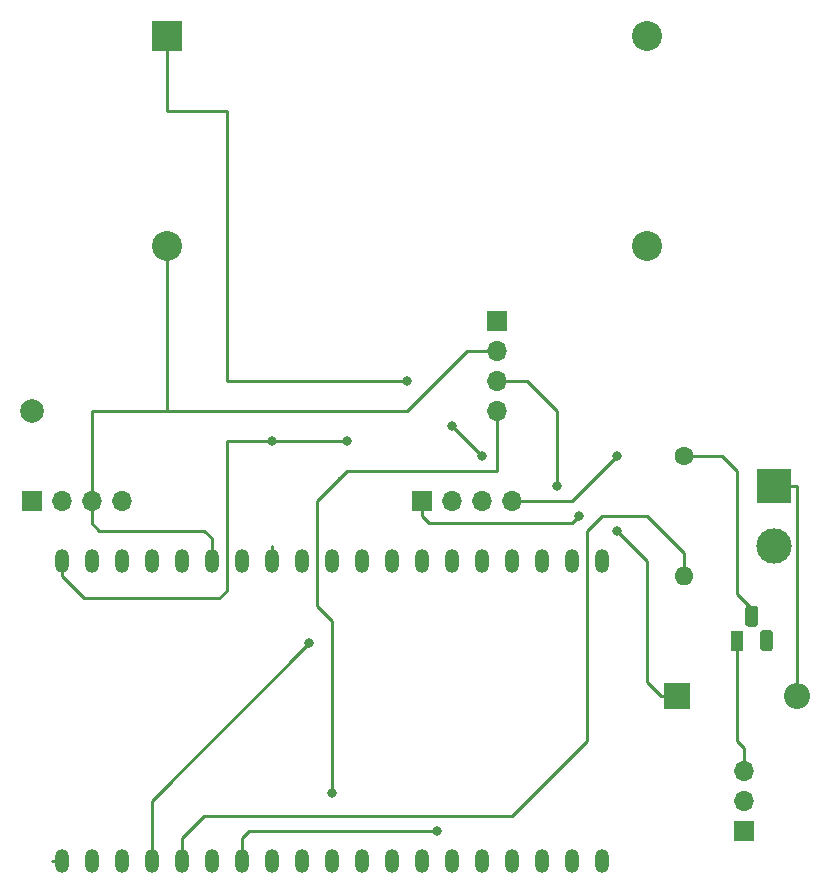
<source format=gbr>
G04 #@! TF.GenerationSoftware,KiCad,Pcbnew,(5.1.6-0)*
G04 #@! TF.CreationDate,2022-05-24T21:55:46+02:00*
G04 #@! TF.ProjectId,ESP32EvoPilotRemote,45535033-3245-4766-9f50-696c6f745265,rev?*
G04 #@! TF.SameCoordinates,Original*
G04 #@! TF.FileFunction,Copper,L1,Top*
G04 #@! TF.FilePolarity,Positive*
%FSLAX46Y46*%
G04 Gerber Fmt 4.6, Leading zero omitted, Abs format (unit mm)*
G04 Created by KiCad (PCBNEW (5.1.6-0)) date 2022-05-24 21:55:46*
%MOMM*%
%LPD*%
G01*
G04 APERTURE LIST*
G04 #@! TA.AperFunction,ComponentPad*
%ADD10C,2.540000*%
G04 #@! TD*
G04 #@! TA.AperFunction,ComponentPad*
%ADD11R,2.540000X2.540000*%
G04 #@! TD*
G04 #@! TA.AperFunction,ComponentPad*
%ADD12O,1.200000X2.000000*%
G04 #@! TD*
G04 #@! TA.AperFunction,ComponentPad*
%ADD13C,3.000000*%
G04 #@! TD*
G04 #@! TA.AperFunction,ComponentPad*
%ADD14R,3.000000X3.000000*%
G04 #@! TD*
G04 #@! TA.AperFunction,ComponentPad*
%ADD15R,1.100000X1.800000*%
G04 #@! TD*
G04 #@! TA.AperFunction,ComponentPad*
%ADD16O,1.700000X1.700000*%
G04 #@! TD*
G04 #@! TA.AperFunction,ComponentPad*
%ADD17R,1.700000X1.700000*%
G04 #@! TD*
G04 #@! TA.AperFunction,ComponentPad*
%ADD18O,2.200000X2.200000*%
G04 #@! TD*
G04 #@! TA.AperFunction,ComponentPad*
%ADD19R,2.200000X2.200000*%
G04 #@! TD*
G04 #@! TA.AperFunction,ComponentPad*
%ADD20C,2.000000*%
G04 #@! TD*
G04 #@! TA.AperFunction,ComponentPad*
%ADD21O,1.600000X1.600000*%
G04 #@! TD*
G04 #@! TA.AperFunction,ComponentPad*
%ADD22C,1.600000*%
G04 #@! TD*
G04 #@! TA.AperFunction,ViaPad*
%ADD23C,0.800000*%
G04 #@! TD*
G04 #@! TA.AperFunction,Conductor*
%ADD24C,0.250000*%
G04 #@! TD*
G04 APERTURE END LIST*
D10*
X118110000Y-91440000D03*
X118110000Y-73660000D03*
X77470000Y-91440000D03*
D11*
X77470000Y-73660000D03*
D12*
X68580000Y-118110000D03*
X68580000Y-143510000D03*
X71120000Y-118110000D03*
X71120000Y-143510000D03*
X73660000Y-118110000D03*
X73660000Y-143510000D03*
X76200000Y-118110000D03*
X76200000Y-143510000D03*
X78740000Y-118110000D03*
X78740000Y-143510000D03*
X81280000Y-118110000D03*
X81280000Y-143510000D03*
X83820000Y-118110000D03*
X83820000Y-143510000D03*
X86360000Y-118110000D03*
X86360000Y-143510000D03*
X88900000Y-118110000D03*
X88900000Y-143510000D03*
X91440000Y-118110000D03*
X91440000Y-143510000D03*
X93980000Y-118110000D03*
X93980000Y-143510000D03*
X96520000Y-118110000D03*
X96520000Y-143510000D03*
X99060000Y-118110000D03*
X99060000Y-143510000D03*
X101600000Y-118110000D03*
X101600000Y-143510000D03*
X104140000Y-118110000D03*
X104140000Y-143510000D03*
X106680000Y-118110000D03*
X106680000Y-143510000D03*
X109220000Y-118110000D03*
X109220000Y-143510000D03*
X111760000Y-118110000D03*
X111760000Y-143510000D03*
X114300000Y-118110000D03*
X114300000Y-143510000D03*
D13*
X128905000Y-116840000D03*
D14*
X128905000Y-111760000D03*
D15*
X125730000Y-124860000D03*
G04 #@! TA.AperFunction,ComponentPad*
G36*
G01*
X127720000Y-125485000D02*
X127720000Y-124235000D01*
G75*
G02*
X127995000Y-123960000I275000J0D01*
G01*
X128545000Y-123960000D01*
G75*
G02*
X128820000Y-124235000I0J-275000D01*
G01*
X128820000Y-125485000D01*
G75*
G02*
X128545000Y-125760000I-275000J0D01*
G01*
X127995000Y-125760000D01*
G75*
G02*
X127720000Y-125485000I0J275000D01*
G01*
G37*
G04 #@! TD.AperFunction*
G04 #@! TA.AperFunction,ComponentPad*
G36*
G01*
X126450000Y-123415000D02*
X126450000Y-122165000D01*
G75*
G02*
X126725000Y-121890000I275000J0D01*
G01*
X127275000Y-121890000D01*
G75*
G02*
X127550000Y-122165000I0J-275000D01*
G01*
X127550000Y-123415000D01*
G75*
G02*
X127275000Y-123690000I-275000J0D01*
G01*
X126725000Y-123690000D01*
G75*
G02*
X126450000Y-123415000I0J275000D01*
G01*
G37*
G04 #@! TD.AperFunction*
D16*
X126365000Y-135890000D03*
X126365000Y-138430000D03*
D17*
X126365000Y-140970000D03*
D16*
X106680000Y-113030000D03*
X104140000Y-113030000D03*
X101600000Y-113030000D03*
D17*
X99060000Y-113030000D03*
X66040000Y-113030000D03*
D16*
X68580000Y-113030000D03*
X71120000Y-113030000D03*
X73660000Y-113030000D03*
X105410000Y-105410000D03*
X105410000Y-102870000D03*
X105410000Y-100330000D03*
D17*
X105410000Y-97790000D03*
D18*
X130810000Y-129540000D03*
D19*
X120650000Y-129540000D03*
D20*
X66040000Y-105410000D03*
D21*
X121285000Y-119380000D03*
D22*
X121285000Y-109220000D03*
D23*
X89535000Y-125095000D03*
X92710000Y-107950000D03*
X86360000Y-107950000D03*
X97790000Y-102870000D03*
X101600000Y-106680000D03*
X104140000Y-109220000D03*
X115570000Y-115570000D03*
X112395000Y-114300000D03*
X115570000Y-109220000D03*
X91440000Y-137795000D03*
X110490000Y-111760000D03*
X100330000Y-140970000D03*
D24*
X76200000Y-143510000D02*
X76200000Y-138430000D01*
X76200000Y-138430000D02*
X89535000Y-125095000D01*
X125730000Y-110490000D02*
X124460000Y-109220000D01*
X125730000Y-120920000D02*
X125730000Y-110490000D01*
X127000000Y-122190000D02*
X125730000Y-120920000D01*
X124460000Y-109220000D02*
X121285000Y-109220000D01*
X121285000Y-117475000D02*
X121285000Y-119380000D01*
X118110000Y-114300000D02*
X121285000Y-117475000D01*
X113030000Y-115570000D02*
X114300000Y-114300000D01*
X114300000Y-114300000D02*
X118110000Y-114300000D01*
X113030000Y-115570000D02*
X113030000Y-133350000D01*
X113030000Y-133350000D02*
X106680000Y-139700000D01*
X106680000Y-139700000D02*
X80645000Y-139700000D01*
X78740000Y-141605000D02*
X78740000Y-143510000D01*
X80645000Y-139700000D02*
X78740000Y-141605000D01*
X86360000Y-116860000D02*
X86360000Y-118110000D01*
X67730000Y-143510000D02*
X68580000Y-143510000D01*
X92710000Y-107950000D02*
X86360000Y-107950000D01*
X68580000Y-119360000D02*
X70505000Y-121285000D01*
X68580000Y-118110000D02*
X68580000Y-119360000D01*
X70505000Y-121285000D02*
X81915000Y-121285000D01*
X82550000Y-120650000D02*
X82550000Y-107950000D01*
X81915000Y-121285000D02*
X82550000Y-120650000D01*
X86360000Y-107950000D02*
X82550000Y-107950000D01*
X130810000Y-111760000D02*
X130810000Y-129540000D01*
X128270000Y-111760000D02*
X130810000Y-111760000D01*
X130810000Y-111760000D02*
X128905000Y-111760000D01*
X101600000Y-106680000D02*
X104140000Y-109220000D01*
X119300000Y-129540000D02*
X120650000Y-129540000D01*
X118110000Y-128350000D02*
X119300000Y-129540000D01*
X118110000Y-118110000D02*
X118110000Y-128350000D01*
X115570000Y-115570000D02*
X118110000Y-118110000D01*
X97790000Y-102870000D02*
X82550000Y-102870000D01*
X82550000Y-102870000D02*
X82550000Y-80010000D01*
X82550000Y-80010000D02*
X77470000Y-80010000D01*
X77470000Y-80010000D02*
X77470000Y-73660000D01*
X99060000Y-113030000D02*
X99060000Y-114300000D01*
X99060000Y-114300000D02*
X99695000Y-114935000D01*
X111760000Y-114935000D02*
X112395000Y-114300000D01*
X99695000Y-114935000D02*
X111760000Y-114935000D01*
X82550000Y-105410000D02*
X82550000Y-105410000D01*
X106680000Y-113030000D02*
X111760000Y-113030000D01*
X111760000Y-113030000D02*
X115570000Y-109220000D01*
X128270000Y-117475000D02*
X128905000Y-116840000D01*
X71120000Y-113030000D02*
X71120000Y-114935000D01*
X71120000Y-114935000D02*
X71755000Y-115570000D01*
X71755000Y-115570000D02*
X80645000Y-115570000D01*
X81280000Y-116205000D02*
X81280000Y-118110000D01*
X80645000Y-115570000D02*
X81280000Y-116205000D01*
X71120000Y-105410000D02*
X71120000Y-113030000D01*
X102870000Y-100330000D02*
X97790000Y-105410000D01*
X105410000Y-100330000D02*
X102870000Y-100330000D01*
X77470000Y-91440000D02*
X77470000Y-105410000D01*
X77470000Y-105410000D02*
X71120000Y-105410000D01*
X97790000Y-105410000D02*
X77470000Y-105410000D01*
X105410000Y-105410000D02*
X105410000Y-110490000D01*
X105410000Y-110490000D02*
X92710000Y-110490000D01*
X92710000Y-110490000D02*
X91440000Y-111760000D01*
X91440000Y-137795000D02*
X91440000Y-123190000D01*
X91440000Y-111760000D02*
X92075000Y-111125000D01*
X91440000Y-123190000D02*
X90170000Y-121920000D01*
X90170000Y-121920000D02*
X90170000Y-113030000D01*
X90170000Y-113030000D02*
X91440000Y-111760000D01*
X110490000Y-105410000D02*
X110490000Y-111760000D01*
X100330000Y-140970000D02*
X84455000Y-140970000D01*
X83820000Y-141605000D02*
X83820000Y-143510000D01*
X84455000Y-140970000D02*
X83820000Y-141605000D01*
X107950000Y-102870000D02*
X105410000Y-102870000D01*
X107950000Y-102870000D02*
X109220000Y-104140000D01*
X109220000Y-104140000D02*
X110490000Y-105410000D01*
X125730000Y-124460000D02*
X125730000Y-133350000D01*
X126365000Y-133985000D02*
X126365000Y-135890000D01*
X125730000Y-133350000D02*
X126365000Y-133985000D01*
M02*

</source>
